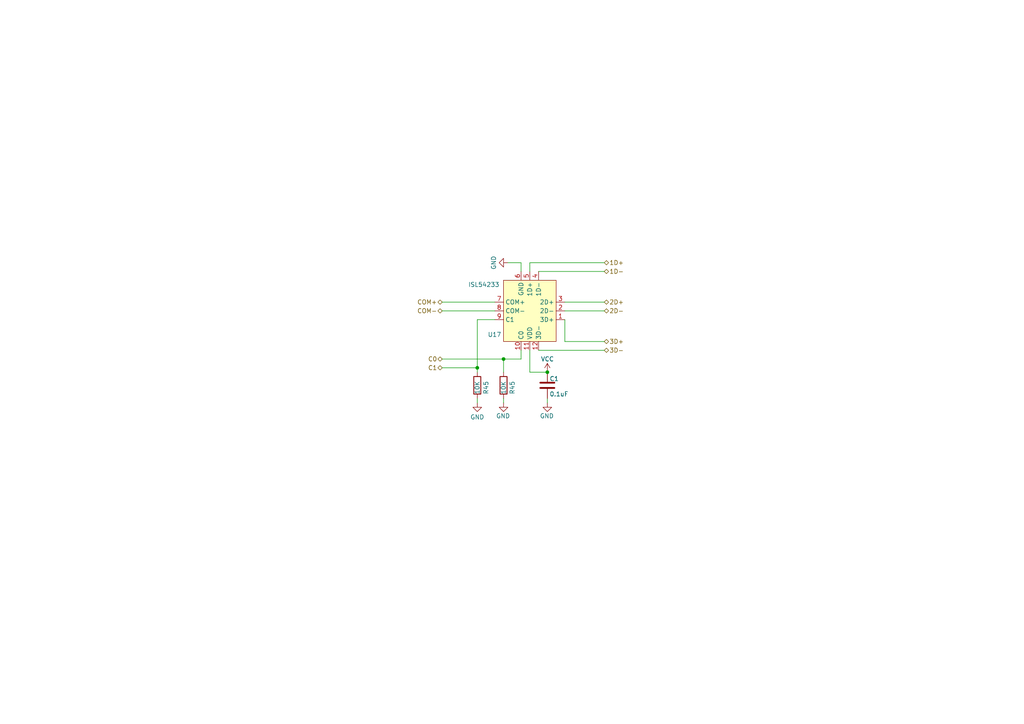
<source format=kicad_sch>
(kicad_sch (version 20230121) (generator eeschema)
  (paper "A4")
  (lib_symbols
    (symbol "Device:C" (pin_numbers hide) (pin_names (offset 0.254))
      (property "Reference" "C" (at 0.635 2.54 0))
      (property "Value" "C" (at 0.635 -2.54 0))
      (symbol "C_0_1"
        (polyline (pts (xy -2.032 -0.762) (xy 2.032 -0.762)) (stroke (width 0.508)))
        (polyline (pts (xy -2.032 0.762) (xy 2.032 0.762)) (stroke (width 0.508)))
      )
      (symbol "C_1_1"
        (pin passive line (at 0 3.81 270) (length 2.794) (name "~") (number "1"))
        (pin passive line (at 0 -3.81 90) (length 2.794) (name "~") (number "2"))
      )
    )
    (symbol "Device:R" (pin_numbers hide) (pin_names (offset 0))
      (property "Reference" "R" (at 2.032 0 90))
      (property "Value" "R" (at 0 0 90))
      (symbol "R_0_1"
        (rectangle (start -1.016 -2.54) (end 1.016 2.54) (stroke (width 0.254)))
      )
      (symbol "R_1_1"
        (pin passive line (at 0 3.81 270) (length 1.27) (name "~") (number "1"))
        (pin passive line (at 0 -3.81 90) (length 1.27) (name "~") (number "2"))
      )
    )
    (symbol "power:GND" (power) (pin_names (offset 0))
      (property "Value" "GND" (at 0 -3.81 0))
      (symbol "GND_0_1"
        (polyline (pts (xy 0 0) (xy 0 -1.27) (xy 1.27 -1.27) (xy 0 -2.54) (xy -1.27 -1.27) (xy 0 -1.27)))
      )
      (symbol "GND_1_1"
        (pin power_in line (at 0 0 270) (length 0) hide (name "GND") (number "1"))
      )
    )
    (symbol "power:VCC" (power) (pin_names (offset 0))
      (property "Value" "VCC" (at 0 3.81 0))
      (symbol "VCC_0_1"
        (polyline (pts (xy -0.762 1.27) (xy 0 2.54)))
        (polyline (pts (xy 0 0) (xy 0 2.54)))
        (polyline (pts (xy 0 2.54) (xy 0.762 1.27)))
      )
      (symbol "VCC_1_1"
        (pin power_in line (at 0 0 90) (length 0) hide (name "VCC") (number "1"))
      )
    )
    (symbol "tycho:ISL54233"
      (property "Reference" "U" (at 0 0 0))
      (symbol "ISL54233_1_0"
        (pin passive line (at -10.16 2.54 0) (length 2.54) (name "3D+") (number "1"))
        (pin input line (at 2.54 11.43 270) (length 2.54) (name "C0") (number "10"))
        (pin power_in line (at 0 11.43 270) (length 2.54) (name "VDD") (number "11"))
        (pin passive line (at -2.54 11.43 270) (length 2.54) (name "3D-") (number "12"))
        (pin passive line (at -10.16 0 0) (length 2.54) (name "2D-") (number "2"))
        (pin passive line (at -10.16 -2.54 0) (length 2.54) (name "2D+") (number "3"))
        (pin passive line (at -2.54 -11.43 90) (length 2.54) (name "1D-") (number "4"))
        (pin passive line (at 0 -11.43 90) (length 2.54) (name "1D+") (number "5"))
        (pin power_in line (at 2.54 -11.43 90) (length 2.54) (name "GND") (number "6"))
        (pin passive line (at 10.16 -2.54 180) (length 2.54) (name "COM+") (number "7"))
        (pin passive line (at 10.16 0 180) (length 2.54) (name "COM-") (number "8"))
        (pin input line (at 10.16 2.54 180) (length 2.54) (name "C1") (number "9"))
      )
      (symbol "ISL54233_1_1"
        (rectangle (start -7.62 8.89) (end 7.62 -8.89) (fill (type background)))
        (pin passive line (at 2.54 -11.43 90) (length 2.54) hide (name "GND") (number "13"))
      )
    )
  )
  (junction (at 158.75 107.95))
  (junction (at 138.43 106.68))
  (junction (at 146.05 104.14))
  (wire (pts (xy 128.27 104.14) (xy 146.05 104.14)))
  (wire (pts (xy 138.43 106.68) (xy 138.43 107.95)))
  (wire (pts (xy 163.83 99.06) (xy 163.83 92.71)))
  (wire (pts (xy 158.75 115.57) (xy 158.75 116.84)))
  (wire (pts (xy 146.05 104.14) (xy 146.05 107.95)))
  (wire (pts (xy 153.67 101.6) (xy 153.67 107.95)))
  (wire (pts (xy 151.13 76.2) (xy 147.32 76.2)))
  (wire (pts (xy 153.67 76.2) (xy 153.67 78.74)))
  (wire (pts (xy 175.26 87.63) (xy 163.83 87.63)))
  (wire (pts (xy 175.26 78.74) (xy 156.21 78.74)))
  (wire (pts (xy 128.27 90.17) (xy 143.51 90.17)))
  (wire (pts (xy 128.27 106.68) (xy 138.43 106.68)))
  (wire (pts (xy 175.26 76.2) (xy 153.67 76.2)))
  (wire (pts (xy 156.21 101.6) (xy 175.26 101.6)))
  (wire (pts (xy 146.05 104.14) (xy 151.13 104.14)))
  (wire (pts (xy 138.43 92.71) (xy 143.51 92.71)))
  (wire (pts (xy 175.26 99.06) (xy 163.83 99.06)))
  (wire (pts (xy 146.05 116.84) (xy 146.05 115.57)))
  (wire (pts (xy 153.67 107.95) (xy 158.75 107.95)))
  (wire (pts (xy 175.26 90.17) (xy 163.83 90.17)))
  (wire (pts (xy 128.27 87.63) (xy 143.51 87.63)))
  (wire (pts (xy 151.13 104.14) (xy 151.13 101.6)))
  (wire (pts (xy 138.43 116.84) (xy 138.43 115.57)))
  (wire (pts (xy 138.43 92.71) (xy 138.43 106.68)))
  (wire (pts (xy 151.13 76.2) (xy 151.13 78.74)))
  (hierarchical_label "3D-" (shape bidirectional) (at 175.26 101.6 0))
  (hierarchical_label "C1" (shape bidirectional) (at 128.27 106.68 180))
  (hierarchical_label "COM-" (shape bidirectional) (at 128.27 90.17 180))
  (hierarchical_label "1D-" (shape bidirectional) (at 175.26 78.74 0))
  (hierarchical_label "C0" (shape bidirectional) (at 128.27 104.14 180))
  (hierarchical_label "1D+" (shape bidirectional) (at 175.26 76.2 0))
  (hierarchical_label "2D+" (shape bidirectional) (at 175.26 87.63 0))
  (hierarchical_label "2D-" (shape bidirectional) (at 175.26 90.17 0))
  (hierarchical_label "3D+" (shape bidirectional) (at 175.26 99.06 0))
  (hierarchical_label "COM+" (shape bidirectional) (at 128.27 87.63 180))
  (symbol (lib_id "power:GND") (at 147.32 76.2 270) (unit 1)
    (property "Reference" "#PWR077" (effects hide))
    (property "Value" "GND" (at 143.1869 76.2 0))
    (instances (project "tycho" (path "" (reference "#PWR077") (unit 1)) (path "" (reference "#PWR05") (unit 1))))
  )
  (symbol (lib_id "Device:R") (at 146.05 111.76 180) (unit 1)
    (property "Reference" "R45" (at 148.59 110.49 90) (effects (justify left)))
    (property "Value" "10K" (at 146.05 110.49 90) (effects (justify left)))
    (property "Footprint" "Resistor_SMD:R_0603_1608Metric_Pad0.98x0.95mm_HandSolder" (effects hide))
    (property "Part Number" "RNCP0603FTD10K0" (effects hide))
    (property "Substitution" "any equivalent" (effects hide))
    (property "Manufacturer" "Stackpole Electronics Inc" (effects hide))
    (property "Description" "RES 10K OHM 1% 1/8W 0603" (effects hide))
    (instances (project "tycho" (path "" (reference "R45") (unit 1)) (path "" (reference "R3") (unit 1)) (path "" (reference "R6") (unit 1))))
  )
  (symbol (lib_id "power:GND") (at 138.43 116.84 0) (unit 1)
    (property "Reference" "#PWR06" (effects hide))
    (property "Value" "GND" (at 138.43 120.9755 0))
  )
  (symbol (lib_id "Device:C") (at 158.75 111.76 0) (unit 1)
    (property "Reference" "C1" (at 159.385 109.855 0) (effects (justify left)))
    (property "Value" "0.1uF" (at 159.385 114.3 0) (effects (justify left)))
    (property "Footprint" "Capacitor_SMD:C_0603_1608Metric_Pad1.08x0.95mm_HandSolder" (effects hide))
    (property "Manufacturer" "KYOCERA AVX" (effects hide))
    (property "Part Number" "06035C104JAT4A" (effects hide))
    (property "Description" "Multilayer Ceramic Capacitors MLCC - SMD/SMT 50V 0.1uF X7R 0603 5%" (effects hide))
    (instances (project "tycho" (path "" (reference "C1") (unit 1)) (path "" (reference "C24") (unit 1)) (path "" (reference "C1") (unit 1))))
  )
  (symbol (lib_id "tycho:ISL54233") (at 153.67 90.17 180) (unit 1)
    (property "Reference" "U17" (at 143.4291 97.0402 0))
    (property "Value" "ISL54233" (at 140.335 82.55 0))
    (property "Footprint" "Package_DFN_QFN:QFN-12-1EP_3x3mm_P0.51mm_EP1.45x1.45mm" (effects hide))
    (property "Datasheet" "https://www.renesas.com/us/en/document/dst/isl54233-datasheet" (effects hide))
    (property "Manufacturer" "Renesas Electronics America Inc" (effects hide))
    (property "Part Number" "ISL54233IRTZ-T" (effects hide))
    (property "Description" "IC SWITCH SP3T X 2 15OHM 12TQFN" (effects hide))
    (instances (project "tycho" (path "" (reference "U17") (unit 1)) (path "" (reference "U16") (unit 1))))
  )
  (symbol (lib_id "power:GND") (at 158.75 116.84 0) (unit 1)
    (property "Reference" "#PWR05" (effects hide))
    (property "Value" "GND" (at 160.655 120.65 0) (effects (justify right)))
    (instances (project "tycho" (path "" (reference "#PWR05") (unit 1)) (path "" (reference "#PWR07") (unit 1))))
  )
  (symbol (lib_id "power:GND") (at 146.05 116.84 0) (unit 1)
    (property "Reference" "#PWR05" (effects hide))
    (property "Value" "GND" (at 147.955 120.65 0) (effects (justify right)))
    (instances (project "tycho" (path "" (reference "#PWR05") (unit 1)) (path "" (reference "#PWR077") (unit 1))))
  )
  (symbol (lib_id "Device:R") (at 138.43 111.76 180) (unit 1)
    (property "Reference" "R45" (at 140.97 110.49 90) (effects (justify left)))
    (property "Value" "10K" (at 138.43 110.49 90) (effects (justify left)))
    (property "Footprint" "Resistor_SMD:R_0603_1608Metric_Pad0.98x0.95mm_HandSolder" (effects hide))
    (property "Part Number" "RNCP0603FTD10K0" (effects hide))
    (property "Substitution" "any equivalent" (effects hide))
    (property "Manufacturer" "Stackpole Electronics Inc" (effects hide))
    (property "Description" "RES 10K OHM 1% 1/8W 0603" (effects hide))
    (instances (project "tycho" (path "" (reference "R45") (unit 1)) (path "" (reference "R6") (unit 1)) (path "" (reference "R3") (unit 1))))
  )
  (symbol (lib_id "power:VCC") (at 158.75 107.95 0) (unit 1)
    (property "Reference" "#PWR0116" (effects hide))
    (property "Value" "VCC" (at 156.845 104.14 0) (effects (justify left)))
    (instances (project "tycho" (path "" (reference "#PWR0116") (unit 1)) (path "" (reference "#PWR0120") (unit 1)) (path "" (reference "#PWR07") (unit 1)) (path "" (reference "#PWR08") (unit 1))))
  )
)
</source>
